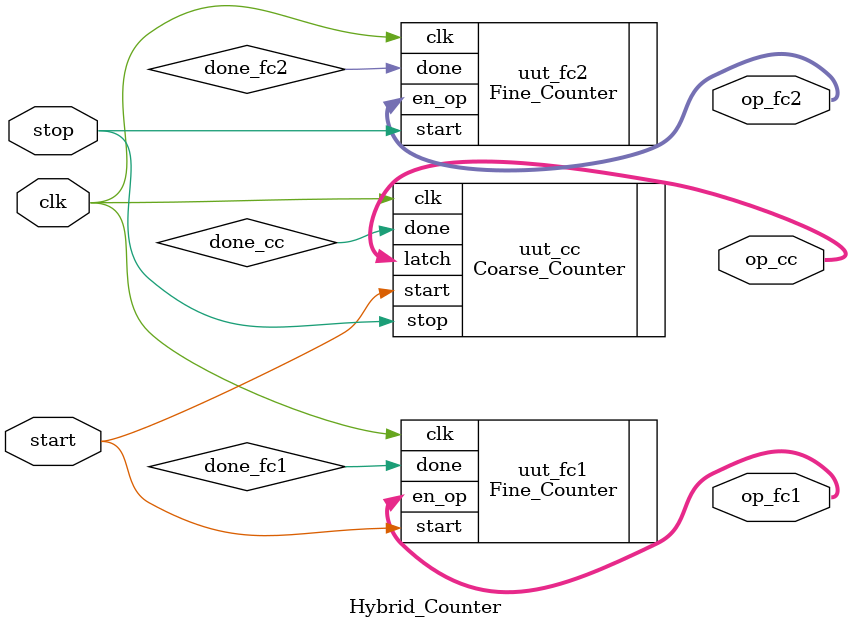
<source format=v>
`timescale 1ns / 1ps


module Hybrid_Counter(
    input wire start,
    input wire stop,
    input wire clk,
    output wire [9:0] op_fc1,
    output wire [9:0] op_fc2,
    output wire [15:0] op_cc
    //output wire done
    );
    
    wire done_fc1,done_fc2,done_cc;
    
    //assign done = done_fc1 & done_fc2 & done_cc;
    
    Fine_Counter uut_fc1(
        .clk(clk),
        .start(start),
        .en_op(op_fc1),
        .done(done_fc1)
        );
    
    Fine_Counter uut_fc2(
        .clk(clk),
        .start(stop),
        .en_op(op_fc2),
        .done(done_fc2)
        );
    
    Coarse_Counter uut_cc(
        .clk(clk),
        .start(start),
        .stop(stop),
        .latch(op_cc),
        .done(done_cc)
        );
    
endmodule

</source>
